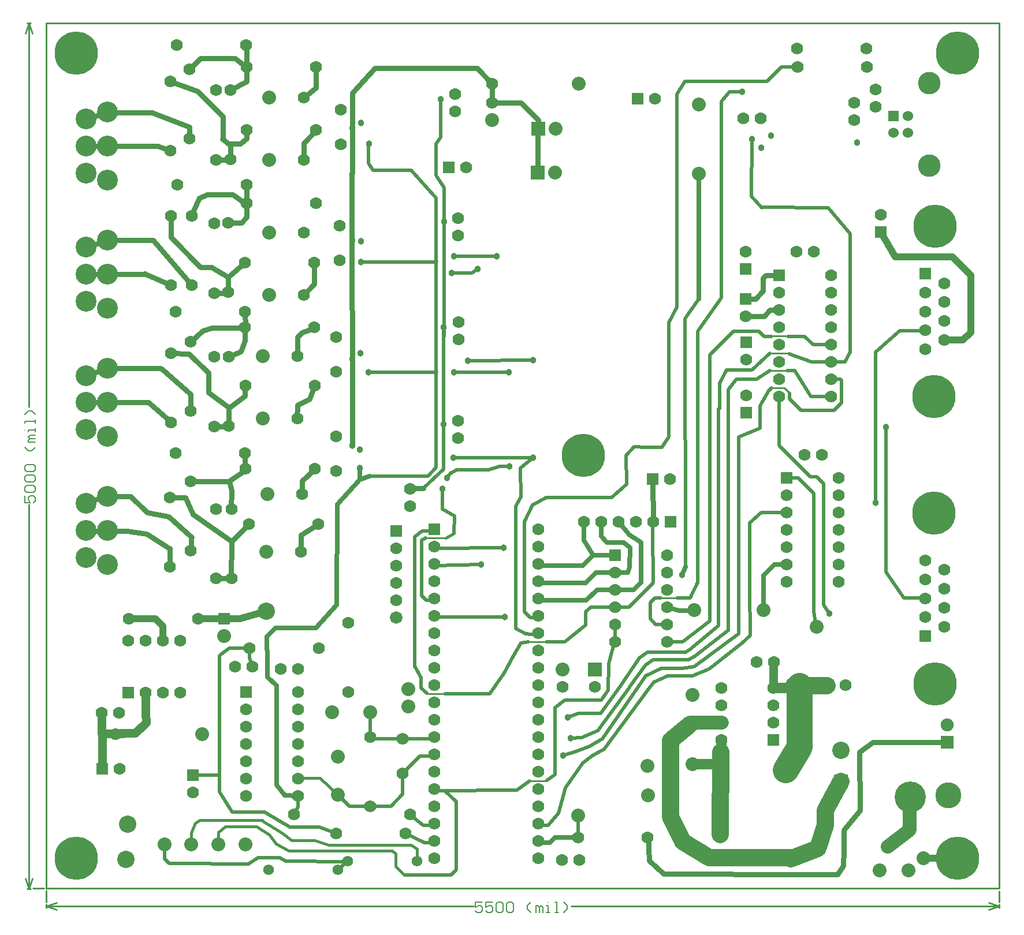
<source format=gbl>
*%FSLAX25Y25*%
*%MOIN*%
G01*
%ADD11C,0.00500*%
%ADD12C,0.00600*%
%ADD13C,0.00733*%
%ADD14C,0.00800*%
%ADD15C,0.00900*%
%ADD16C,0.01000*%
%ADD17C,0.01200*%
%ADD18C,0.01500*%
%ADD19C,0.01600*%
%ADD20C,0.01969*%
%ADD21C,0.02000*%
%ADD22C,0.02500*%
%ADD23C,0.03000*%
%ADD24C,0.03200*%
%ADD25C,0.03800*%
%ADD26C,0.04000*%
%ADD27C,0.04600*%
%ADD28C,0.05000*%
%ADD29C,0.05200*%
%ADD30C,0.06000*%
%ADD31C,0.06000*%
%ADD32C,0.06200*%
%ADD33C,0.06800*%
%ADD34C,0.07000*%
%ADD35C,0.07200*%
%ADD36C,0.07500*%
%ADD37C,0.07800*%
%ADD38C,0.08000*%
%ADD39C,0.08000*%
%ADD40C,0.08300*%
%ADD41C,0.08800*%
%ADD42C,0.09200*%
%ADD43C,0.10000*%
%ADD44C,0.10000*%
%ADD45C,0.10200*%
%ADD46C,0.10800*%
%ADD47C,0.11500*%
%ADD48C,0.12000*%
%ADD49C,0.12800*%
%ADD50C,0.13000*%
%ADD51C,0.13800*%
%ADD52C,0.14000*%
%ADD53C,0.15000*%
%ADD54C,0.15000*%
%ADD55C,0.15600*%
%ADD56C,0.15800*%
%ADD57C,0.16000*%
%ADD58C,0.18000*%
%ADD59C,0.18800*%
%ADD60C,0.19600*%
%ADD61C,0.25000*%
%ADD62C,0.25000*%
%ADD63R,0.06000X0.06000*%
%ADD64R,0.06800X0.06800*%
%ADD65R,0.07000X0.07000*%
%ADD66R,0.07500X0.07500*%
%ADD67R,0.07800X0.07800*%
%ADD68R,0.08000X0.08000*%
%ADD69R,0.08300X0.08300*%
%ADD70R,0.08800X0.08800*%
%ADD71O,0.07274X0.00975*%
%ADD72O,0.07274X0.00975*%
%ADD73O,0.07874X0.01575*%
%ADD74O,0.07874X0.01575*%
%ADD75O,0.08674X0.02375*%
%ADD76O,0.08674X0.02375*%
D12*
X87801Y322709D02*
Y326707D01*
Y322709D02*
X90800D01*
X89800Y324708D01*
Y325708D01*
X90800Y326707D01*
X92799D01*
X93799Y325708D01*
Y323708D01*
X92799Y322709D01*
X88801Y328707D02*
X87801Y329706D01*
Y331706D01*
X88801Y332705D01*
X92799D01*
X93799Y331706D01*
Y329706D01*
X92799Y328707D01*
X88801D01*
Y334705D02*
X87801Y335704D01*
Y337704D01*
X88801Y338703D01*
X92799D01*
X93799Y337704D01*
Y335704D01*
X92799Y334705D01*
X88801D01*
Y340703D02*
X87801Y341702D01*
Y343702D01*
X88801Y344702D01*
X92799D01*
X93799Y343702D01*
Y341702D01*
X92799Y340703D01*
X88801D01*
X91800Y352699D02*
X93799Y354698D01*
X91800Y352699D02*
X89800D01*
X87801Y354698D01*
X89800Y357697D02*
X93799D01*
X89800D02*
Y358697D01*
X90800Y359697D01*
X93799D01*
X90800D01*
X89800Y360696D01*
X90800Y361696D01*
X93799D01*
Y363695D02*
Y365695D01*
Y364695D01*
X89800D01*
Y363695D01*
X87801Y364695D02*
X87802D01*
X93799Y368694D02*
Y370693D01*
Y369693D01*
X87801D01*
Y368694D01*
X93799Y373692D02*
X91800Y375691D01*
X89800D01*
X87801Y373692D01*
X347909Y92199D02*
X351907D01*
X347909D02*
Y89200D01*
X349908Y90200D01*
X350908D01*
X351907Y89200D01*
Y87201D01*
X350908Y86201D01*
X348908D01*
X347909Y87201D01*
X353907Y92199D02*
X357905D01*
X353907D02*
Y89200D01*
X355906Y90200D01*
X356906D01*
X357905Y89200D01*
Y87201D01*
X356906Y86201D01*
X354906D01*
X353907Y87201D01*
X359905Y91199D02*
X360904Y92199D01*
X362904D01*
X363903Y91199D01*
Y87201D01*
X362904Y86201D01*
X360904D01*
X359905Y87201D01*
Y91199D01*
X365903D02*
X366902Y92199D01*
X368902D01*
X369902Y91199D01*
Y87201D01*
X368902Y86201D01*
X366902D01*
X365903Y87201D01*
Y91199D01*
X377899Y88200D02*
X379898Y86201D01*
X377899Y88200D02*
Y90200D01*
X379898Y92199D01*
X382897Y90200D02*
Y86201D01*
Y90200D02*
X383897D01*
X384897Y89200D01*
Y86201D01*
Y89200D01*
X385896Y90200D01*
X386896Y89200D01*
Y86201D01*
X388895D02*
X390895D01*
X389895D01*
Y90200D01*
X388895D01*
X389895Y92199D02*
X389896D01*
X393894Y86201D02*
X395893D01*
X394893D01*
Y92199D01*
X393894D01*
X398892Y86201D02*
X400891Y88200D01*
Y90200D01*
X398892Y92199D01*
D16*
X454600Y267600D02*
X464000D01*
X518800Y389000D02*
X526200D01*
X529200Y386000D01*
X528000Y419000D02*
X518400D01*
X389052Y162202D02*
X379352D01*
X517900Y408900D02*
X528800D01*
X527900Y399000D02*
X517800D01*
X330000Y212400D02*
X319600D01*
X378600Y242400D02*
X388800D01*
X331000Y302400D02*
X319400D01*
X650000Y98400D02*
Y92000D01*
Y599800D02*
X100200D01*
X100000D02*
Y99800D01*
Y100000D02*
X650000D01*
X98900Y99900D02*
X92500D01*
X100200Y98600D02*
Y91900D01*
X650000Y100000D02*
Y599800D01*
X90200Y321709D02*
Y99800D01*
Y377891D02*
Y599800D01*
X88200Y105800D02*
X90200Y99800D01*
X92200Y105800D01*
X88200Y593800D02*
X90200Y599800D01*
X92200Y593800D01*
X91200Y99800D02*
X89200D01*
Y599800D02*
X91200D01*
X100000Y89800D02*
X346909D01*
X403091D02*
X650000D01*
X106000Y91800D02*
X100000Y89800D01*
X106000Y87800D01*
X644000Y91800D02*
X650000Y89800D01*
X644000Y87800D01*
X100000Y88800D02*
Y90800D01*
X650000D02*
Y88800D01*
D18*
X269600Y125200D02*
X263000D01*
X240200Y121800D02*
X232800Y125600D01*
X228600Y131200D01*
X205800Y135600D02*
X203400D01*
X199400Y132400D01*
X224800Y139200D02*
X236200Y132200D01*
X196800Y139400D02*
X188600D01*
X186000Y137600D01*
X236200Y132200D02*
X241600Y127800D01*
X299800Y121800D02*
X301800Y120200D01*
X244800Y121800D02*
X240200D01*
X249000Y127800D02*
X255000D01*
X263000Y125200D01*
X310800D02*
X314200Y122800D01*
X314158Y115574D01*
X305000Y125200D02*
X269600D01*
X305000D02*
X310800D01*
X186000Y137600D02*
X183918Y132000D01*
X199400Y132400D02*
X199459Y125500D01*
X241600Y127800D02*
X249000D01*
X224800Y139400D02*
X196800D01*
X244800Y121800D02*
X297600D01*
X299800D01*
X301800Y120200D02*
Y112600D01*
X306800Y107600D01*
X183918Y125359D02*
X183859Y131900D01*
X221400Y135600D02*
X228600Y131200D01*
X221400Y135600D02*
X205800D01*
X245400Y163598D02*
X258200Y163600D01*
X268452Y154102D01*
X330902Y302302D02*
X335498Y304902D01*
X201936Y532632D02*
Y534936D01*
D21*
X319200Y302400D02*
X316800Y301200D01*
X174141Y114259D02*
X170941D01*
X168259Y116941D01*
Y125300D01*
X216800Y114200D02*
X222400Y117800D01*
X234600D02*
X238400Y115600D01*
X234600Y117800D02*
X222400D01*
X336600Y110600D02*
Y150000D01*
X333600Y107600D02*
X306800D01*
X333600D02*
X336600Y110600D01*
X249400Y135400D02*
X240600D01*
X257600D02*
X267532Y131654D01*
X274078Y115539D02*
X268320Y110777D01*
X273758Y115442D02*
X238400Y115600D01*
X216800Y114200D02*
X174141Y114259D01*
X424402Y214326D02*
X424600Y229600D01*
X424402Y214326D02*
X420400Y208800D01*
X336600Y150000D02*
X330095Y156505D01*
X324404D01*
X459409Y360835D02*
X459400Y367800D01*
X459409Y360835D02*
X455565Y354779D01*
X388863Y325677D02*
X380621Y321224D01*
X410402Y325549D02*
X426548Y325570D01*
X435000Y333493D02*
X434855Y350034D01*
X439324Y354888D01*
X374000Y326000D02*
X371009Y320541D01*
X380621Y321224D02*
X376200Y311600D01*
Y259600D01*
X379298Y256502D01*
X384452D01*
X382898Y246502D02*
X376600Y247000D01*
X374000Y326000D02*
X373800Y342800D01*
X459400Y367800D02*
Y426800D01*
X410402Y325549D02*
X388795Y325556D01*
X426548Y325570D02*
X435000Y333493D01*
X439324Y354888D02*
X446400Y354800D01*
X455565Y354779D01*
X459400Y426800D02*
X464000Y435600D01*
Y558800D01*
X468600Y566000D01*
X516000D01*
X524500Y574500D01*
X533600D01*
X506400Y252800D02*
Y246000D01*
X501800Y241600D01*
X329800Y504800D02*
X325000Y511800D01*
X325200Y498800D02*
Y343200D01*
X325000Y511800D02*
Y520800D01*
Y530000D02*
X327600Y533800D01*
X292600Y514600D02*
X288600D01*
X286200Y518600D01*
X578800Y409600D02*
X592600Y422200D01*
X245383Y146983D02*
X243000Y142600D01*
X245383Y146983D02*
Y153504D01*
X458800Y222800D02*
X473000D01*
X450600Y219000D02*
X447400Y214800D01*
X474000Y228200D02*
X499600Y247000D01*
X474400Y234000D02*
X470600Y232000D01*
X469200Y236400D02*
X471800Y238000D01*
X415400Y176600D02*
X409600Y172400D01*
X474400Y234000D02*
X493600Y249000D01*
X488000Y251800D02*
X471800Y238000D01*
X413600Y182000D02*
X406600Y179400D01*
X413600Y182000D02*
X421000Y186400D01*
X420200Y201000D02*
X407400D01*
X399502Y208802D02*
X393600Y204400D01*
X424600Y229600D02*
X428222Y242496D01*
X455000Y227000D02*
X467000D01*
X464600Y232000D02*
X450400D01*
X446000Y229200D02*
X436600Y216400D01*
X431400Y216800D02*
X442400Y233000D01*
X376600Y247000D02*
X371200Y250000D01*
X299152Y147502D02*
X294600Y147400D01*
X414324Y262524D02*
X436324D01*
X450294Y276494D01*
X371200Y254800D02*
Y250000D01*
X382898Y246502D02*
X384452D01*
X467000Y267600D02*
X471600D01*
X467000D02*
X464000D01*
X454600D02*
X451400D01*
X448800Y265000D01*
Y255600D01*
X451876Y252524D01*
X458378D01*
X420400Y208800D02*
X399502Y208802D01*
X393600Y204400D02*
Y196400D01*
X428378Y241978D02*
Y252524D01*
X447000Y236400D02*
X462000D01*
X488200Y251600D02*
Y377176D01*
X407400Y201000D02*
X401748Y198898D01*
X420200Y201000D02*
X431400Y216800D01*
X462000Y236400D02*
X469200D01*
X488800Y377153D02*
X488788Y391788D01*
X492600Y399400D01*
X467524Y242524D02*
X458378D01*
X467524D02*
X482943Y254343D01*
X482986Y254386D02*
Y385890D01*
X406600Y179400D02*
X398400Y176600D01*
X422200Y180400D02*
X447400Y214800D01*
X441200Y215400D02*
X421000Y186400D01*
X441200Y215400D02*
X446200Y222600D01*
X418400Y191000D02*
X409200Y187200D01*
X499600Y335400D02*
Y349000D01*
Y304200D02*
Y247000D01*
Y349000D02*
Y360600D01*
X512200Y365600D01*
X517200Y387400D02*
X518800Y389000D01*
X529200Y386000D02*
Y382600D01*
X535800Y376000D01*
X554600D01*
X559000Y380400D01*
Y393400D01*
X558400Y394000D01*
X553000D01*
X409200Y187200D02*
X402600Y186600D01*
X393604Y172505D02*
X393600Y165800D01*
X418400Y191000D02*
X436600Y216200D01*
X464600Y232000D02*
X470600D01*
X493800Y308200D02*
Y337400D01*
Y308200D02*
X493700Y249100D01*
X409600Y172400D02*
X399600Y158000D01*
X473000Y222800D02*
X482600Y226800D01*
X494400Y560000D02*
X501709Y559956D01*
X489600Y441200D02*
X476000Y421800D01*
X542600Y414000D02*
X553000D01*
X542600D02*
X537800Y418800D01*
X528200D01*
X518600D02*
X514400D01*
X511400Y421800D01*
X483000Y408200D02*
X482943Y385959D01*
X496748Y421764D02*
X511400Y421800D01*
X393600Y196400D02*
X393652Y172502D01*
X393600Y165800D02*
X389200Y162400D01*
X371600Y156600D02*
X324404Y156505D01*
X584734Y289353D02*
X584816Y366529D01*
X317852Y136502D02*
X310204Y142505D01*
X317852Y136502D02*
X324504Y136405D01*
X541900Y404000D02*
X552900D01*
X517900Y408900D02*
X507521Y399376D01*
X528700Y408800D02*
X541900Y404000D01*
X551400Y493200D02*
X513000Y493300D01*
X564100Y477900D02*
X564000Y444600D01*
X561000Y404000D02*
X552900D01*
X493800Y384600D02*
Y337400D01*
X498400Y394200D02*
X510000D01*
X527800Y399200D02*
X532200D01*
X541300Y384000D02*
X553000D01*
X544700Y337600D02*
X548700Y333600D01*
X544700Y337600D02*
X541000D01*
X527000Y351600D01*
X523000Y355800D02*
Y373800D01*
X578753Y393143D02*
X578800Y409600D01*
X578753Y393143D02*
X578800Y322603D01*
X389800Y136400D02*
X384452Y136502D01*
X482600Y226700D02*
X501800Y241600D01*
X543000Y260000D02*
Y268800D01*
X543100D02*
Y328200D01*
X534200Y337100D01*
X527400D01*
X287152Y201702D02*
Y187702D01*
X288352Y186502D01*
X324452D01*
Y176502D02*
X315752D01*
X305752Y166502D01*
Y166302D01*
X294600Y147400D02*
X286952Y147502D01*
X275052D01*
X268452Y154102D01*
X305852Y154402D02*
X305752Y166302D01*
X507200Y499600D02*
X507300Y532700D01*
X324452Y126502D02*
X318502D01*
X307398Y131720D01*
X235000Y138800D02*
X226200Y144200D01*
X207400D01*
X200400Y234600D02*
X205800Y238800D01*
X299152Y147502D02*
X305852Y154402D01*
X499600Y304200D02*
Y335400D01*
X476000Y359800D02*
Y294000D01*
X207400Y144200D02*
X200200Y155600D01*
X205800Y238800D02*
X217500Y238674D01*
Y238674D02*
X217300Y233043D01*
X219045Y228098D01*
X415400Y176600D02*
X422200Y180400D01*
X395800Y143400D02*
X389800Y136400D01*
X395800Y143400D02*
X399600Y158000D01*
X407239Y141961D02*
Y129521D01*
X446200Y222600D02*
X455000Y227000D01*
X450400Y232000D02*
X446000Y229200D01*
X450600Y219000D02*
X458800Y222800D01*
X447000Y236400D02*
X442400Y233000D01*
X592600Y422200D02*
X606400D01*
X523000Y384000D02*
Y373800D01*
X512000Y378600D02*
X512200Y365600D01*
X512000Y378600D02*
X517200Y387400D01*
X510000Y394200D02*
X517800Y399000D01*
X493800Y388200D02*
Y384600D01*
Y388200D02*
X498400Y394200D01*
X483000Y408200D02*
X496748Y421764D01*
X476000Y276600D02*
X471600Y267600D01*
X489600Y441200D02*
Y554400D01*
X494400Y560000D01*
X548700Y333600D02*
X548600Y286000D01*
Y268400D01*
Y263800D01*
X527000Y351600D02*
X523000Y355800D01*
X506200Y267200D02*
X506400Y252800D01*
X506200Y267200D02*
Y288800D01*
Y311000D01*
X512600Y317000D02*
X527400Y317100D01*
X507461Y399388D02*
X492600Y399400D01*
X474000Y228200D02*
X467000Y227000D01*
X476000Y359800D02*
Y421800D01*
X310600Y514600D02*
X292600D01*
X286200Y518600D02*
Y530200D01*
X281800Y461600D02*
X324800D01*
X325200Y343200D02*
X320400Y338200D01*
X334200Y455400D02*
X345800D01*
X335400Y465200D02*
X360200D01*
X450186Y307352D02*
X450294Y276494D01*
X450186Y307352D02*
X450189Y310468D01*
X325400Y398000D02*
X286000D01*
X324800Y461600D02*
X325400Y462200D01*
X325200Y498800D02*
X310600Y514600D01*
X343400Y404800D02*
X381000Y405000D01*
X367200Y398200D02*
X335400D01*
X320400Y338200D02*
X286800Y338000D01*
X506200Y311000D02*
X512600Y317000D01*
X476000Y294000D02*
Y276600D01*
X468800Y429000D02*
X476600Y440400D01*
X379200Y162200D02*
X371600Y156600D01*
X469000Y290400D02*
X468800Y429000D01*
X324452Y306502D02*
X317102D01*
X312600Y303000D01*
Y228400D01*
X316400Y221800D01*
Y215600D02*
X319600Y212600D01*
X330000Y212400D02*
X356000D01*
X364400Y224400D01*
X369400Y233600D01*
X374200Y241600D01*
X378400Y242400D01*
X388800D02*
X399400D01*
X411400Y252000D01*
Y259600D01*
X414324Y262524D01*
X381000Y348800D02*
X335200Y348600D01*
X333400Y339600D02*
X331400Y337200D01*
X373800Y342800D02*
X381000Y348800D01*
X371000Y309200D02*
Y296600D01*
X371200Y254800D01*
X316400Y221800D02*
Y215600D01*
X335498Y304902D02*
X335600Y315000D01*
X328800Y319200D01*
X371009Y320541D02*
X371000Y309200D01*
X337000Y341600D02*
X333400Y339600D01*
X355400Y341600D02*
X361800Y343600D01*
X355400Y341600D02*
X337000D01*
X351000Y287000D02*
X324452Y286502D01*
X200000Y165400D02*
X184800D01*
X200200Y155600D02*
Y234400D01*
X327600Y533800D02*
X327800Y555600D01*
X325000Y530000D02*
Y520800D01*
X349200Y457800D02*
X345800Y455400D01*
X329400Y424200D02*
X329600Y418800D01*
X361800Y343600D02*
X367400D01*
X329400Y342200D02*
X318000Y331400D01*
X329400Y342200D02*
Y424200D01*
X329600Y418800D02*
X329800Y504800D01*
X551400Y493200D02*
X564000Y477900D01*
X257600Y135400D02*
X249400D01*
X240600D02*
X235000Y138800D01*
X469000Y285600D02*
Y290400D01*
X543000Y260000D02*
X544564Y251099D01*
X595200Y267600D02*
X607500Y267558D01*
X584600Y282600D02*
X584800Y289400D01*
X584600Y282600D02*
X595200Y267600D01*
X552020Y258734D02*
X548600Y263800D01*
X541300Y384000D02*
X532200Y399200D01*
X513000Y493200D02*
X507200Y499600D01*
X564000Y444500D02*
Y409600D01*
X561000Y404000D01*
X328800Y330600D02*
Y319200D01*
X324354Y296405D02*
X364000Y296800D01*
X364600Y256600D02*
X324350D01*
X324452Y266502D02*
X319298D01*
X316800Y269000D01*
Y289400D01*
Y298000D01*
Y301200D01*
X171976Y448400D02*
Y448824D01*
D22*
X476600Y440400D02*
Y512400D01*
X233200Y159800D02*
X237800Y153600D01*
X233200Y159800D02*
Y169200D01*
X417924Y272524D02*
X439124D01*
X417924D02*
X411902Y266502D01*
X384452D01*
X439124Y272524D02*
X443400Y276800D01*
Y299600D01*
X442200Y300800D01*
X436600Y304200D01*
X430589Y311639D01*
X435724Y282524D02*
X417524D01*
X435724D02*
X436876Y285476D01*
X437000Y296800D01*
X433400Y299800D01*
X423600D01*
X420494Y303506D01*
X420484Y311802D01*
X417524Y282524D02*
X411502Y276502D01*
X384452D01*
X415724Y292524D02*
X410589Y301109D01*
X410494Y301154D02*
X410589Y311468D01*
X415724Y292524D02*
X428378D01*
X415724D02*
X409702Y286502D01*
X384452D01*
X465476Y260324D02*
X474175Y260342D01*
X390702Y126502D02*
X384452D01*
X390702D02*
X393721Y129521D01*
X407277Y129443D01*
X458378Y262524D02*
X465476Y260324D01*
X233000Y217000D02*
X233200Y169200D01*
X514008Y261428D02*
X514000Y280800D01*
X245383Y153504D02*
X237800Y153600D01*
X227600Y235400D02*
X227400Y239600D01*
X227600Y235400D02*
Y222000D01*
X233000Y217000D01*
X520400Y287200D02*
X527400Y287100D01*
X227400Y245400D02*
Y239600D01*
Y245400D02*
X232400Y250400D01*
X255800D01*
X267800Y263800D01*
X268000Y321800D01*
X281000Y336000D02*
X286800Y338000D01*
X281000Y336000D02*
Y342600D01*
Y336000D02*
X268000Y321800D01*
X514000Y280800D02*
X520400Y287200D01*
X469000Y285600D02*
X467200Y281000D01*
D23*
X172376Y369000D02*
X159000Y380800D01*
X166800Y400000D02*
X183528Y385248D01*
X148600Y326400D02*
X158400Y317200D01*
X148600Y326400D02*
X135376Y326424D01*
X207000Y329600D02*
X206893Y319037D01*
X205590Y335098D02*
X214793Y341255D01*
X207000Y300524D02*
X207000Y300447D01*
X206919Y279206D01*
X207000Y300447D02*
X207000Y300447D01*
X184800Y316000D01*
X198200Y279200D02*
X206862D01*
X247200Y304200D02*
X257061Y310491D01*
X247600Y335268D02*
X254668Y341591D01*
X247600Y335268D02*
X247740Y327837D01*
X205104Y366800D02*
X197000D01*
X197200Y443800D02*
X204734D01*
X206200Y520700D02*
X198200D01*
X201936Y532632D02*
X202068Y545732D01*
X201936Y532632D02*
Y532632D01*
X201936Y532632D02*
X201936Y532632D01*
X201868Y532700D01*
X206400Y529700D02*
Y520900D01*
X214800Y416496D02*
X212400Y410200D01*
X205400Y407096D01*
X214800Y416496D02*
Y423825D01*
X205749Y335202D02*
X207000Y329600D01*
X205339Y367157D02*
Y377490D01*
X214800Y384304D01*
X214800Y423825D02*
X195800Y423800D01*
X205200Y484266D02*
X212866D01*
X215803Y487803D01*
Y495543D01*
X200246Y500666D02*
X193000Y500600D01*
X212200Y530000D02*
X215800Y533200D01*
Y537864D01*
X205068Y530032D02*
X201936Y532632D01*
X206300Y560900D02*
X215700Y566100D01*
Y574332D01*
X215600Y574400D02*
Y581200D01*
X209000Y579400D02*
X200054Y579346D01*
X200078Y579354D02*
X189000Y579400D01*
X577000Y184400D02*
X586158Y184397D01*
X560000Y113000D02*
X556800Y108200D01*
X545800Y108000D01*
X560400Y122200D02*
Y133800D01*
X569600Y145200D02*
X569551Y178649D01*
X545800Y108000D02*
X537497Y108023D01*
X448039Y115981D02*
X447439Y130521D01*
X586158Y184397D02*
X620020Y184500D01*
X537297Y108023D02*
X456397Y108223D01*
X560400Y133800D02*
X569600Y145200D01*
X569454Y178746D02*
X577000Y184400D01*
X504300Y405000D02*
X504000Y405300D01*
X517900Y434000D02*
X523000D01*
X517900D02*
X514400Y430500D01*
X503800D01*
Y440500D02*
X509400D01*
X513800Y444900D01*
Y452400D01*
X515400Y454000D01*
X523000D01*
X448077Y115962D02*
X456390Y108268D01*
X560000Y113000D02*
X560400Y122200D01*
X180586Y325614D02*
X171994D01*
X180586D02*
X184800Y316000D01*
X183552Y335200D02*
X205656Y335103D01*
X214793Y341255D02*
X214693Y351430D01*
X183552Y415600D02*
X190504Y422104D01*
X190437Y422200D02*
X195800Y423800D01*
X182400Y408800D02*
X172152Y409000D01*
X182400Y408800D02*
X193600Y397600D01*
Y386428D01*
X205271Y377586D01*
X214974Y423996D02*
X214804Y432956D01*
X245000Y379000D02*
X244896Y371499D01*
X251961Y382784D02*
X255057Y390589D01*
X244939Y407313D02*
Y418339D01*
X247710Y421110D01*
X254970Y423820D01*
X171976Y476024D02*
Y488400D01*
Y476024D02*
X189200Y458800D01*
X195312D01*
X205000Y453200D01*
X215206Y495287D02*
X207923Y500743D01*
X200246Y500666D01*
X193000Y500600D02*
X188391Y498666D01*
X183833Y488308D01*
X202068Y545732D02*
X187300Y560500D01*
X171628Y566100D01*
X182837Y573046D02*
X189000Y579400D01*
X215600Y581200D02*
X215300Y587068D01*
X248800Y530400D02*
X248600Y520800D01*
X255700Y562300D02*
X255600Y574264D01*
X205000Y453200D02*
X205046Y444266D01*
X276400Y513200D02*
X276600Y355600D01*
X276800Y513000D02*
Y536600D01*
Y537200D02*
Y559400D01*
X289600Y573600D01*
X348816D01*
X357576Y564840D01*
Y553752D01*
X374048D01*
X383932Y543868D01*
Y538654D01*
X383921Y538642D01*
Y513509D01*
X317600Y331000D02*
X309800D01*
X248900Y556868D02*
X255700Y562300D01*
X255800Y537864D02*
X248800Y530400D01*
X215568Y574432D02*
X209000Y579400D01*
X212200Y530000D02*
X205068Y530032D01*
X214789Y461304D02*
X205000Y453200D01*
X215738Y495608D02*
Y506270D01*
X254885Y461296D02*
Y449063D01*
X248657Y442835D01*
X214921Y390580D02*
X214800Y384304D01*
X245000Y379000D02*
X251961Y382784D01*
X216938Y310429D02*
X207020Y300510D01*
X247200Y304200D02*
X247220Y294502D01*
X450461Y311734D02*
X450152Y336378D01*
X135300Y326700D02*
X123000Y322600D01*
X158400Y317200D02*
X170600Y314600D01*
X184000Y302600D01*
X183800D02*
X183776Y295200D01*
X146800Y306400D02*
X123200D01*
X146800D02*
X158000Y304600D01*
X171200Y296400D01*
X171394Y296406D02*
Y285414D01*
X135300Y400300D02*
X122800Y396200D01*
X135300Y400500D02*
X166200Y400400D01*
X183552Y385224D02*
Y375200D01*
X159000Y380800D02*
X122200Y380600D01*
X123300Y470400D02*
X135700Y474400D01*
X135300Y474500D02*
X161800Y474400D01*
X183633Y448708D01*
X157276Y454700D02*
X134500D01*
X156876Y454900D02*
X171976Y448400D01*
X135800Y454800D02*
X123600D01*
X123000Y544000D02*
X135200Y548400D01*
X135000Y548200D02*
X161100Y548100D01*
X161000Y548000D02*
X182837Y539563D01*
Y533046D01*
X164528Y528800D02*
X122200D01*
X164456D02*
X171628Y526100D01*
D25*
X518300Y534800D02*
D03*
X578800Y322603D02*
D03*
X552020Y258734D02*
D03*
X584816Y366429D02*
D03*
X398400Y176600D02*
D03*
X402600Y186600D02*
D03*
X512876Y527800D02*
D03*
X501709Y559956D02*
D03*
X507300Y532700D02*
D03*
X568200Y530600D02*
D03*
X281600Y542000D02*
D03*
X286400Y530200D02*
D03*
X281800Y473800D02*
D03*
Y461600D02*
D03*
X276800Y474400D02*
D03*
X281400Y409200D02*
D03*
X276800Y405800D02*
D03*
X281200Y353400D02*
D03*
X327800Y555600D02*
D03*
X329600Y485200D02*
D03*
X281000Y342600D02*
D03*
X335400Y465200D02*
D03*
X360200D02*
D03*
X334200Y455400D02*
D03*
X349200Y457800D02*
D03*
X329400Y424200D02*
D03*
X286000Y398000D02*
D03*
X343400Y404800D02*
D03*
X381000Y405000D02*
D03*
X335400Y398200D02*
D03*
X367200D02*
D03*
X329400Y368200D02*
D03*
X401252Y198702D02*
D03*
X467200Y281000D02*
D03*
X335200Y348600D02*
D03*
X381000Y348800D02*
D03*
X331400Y337200D02*
D03*
X367400Y343600D02*
D03*
X364000Y296800D02*
D03*
X276600Y355800D02*
D03*
X276800Y539200D02*
D03*
X328800Y330600D02*
D03*
X351000Y287000D02*
D03*
X364600Y256600D02*
D03*
D26*
X606000Y117400D02*
X626000Y117500D01*
X629200Y416800D02*
X618500D01*
X629200D02*
X633600Y421200D01*
Y454000D01*
X623000Y464600D01*
X600200D01*
X590000D02*
X581600Y479200D01*
X167469Y251331D02*
Y243082D01*
Y251331D02*
X162931Y255869D01*
X147718D01*
X187918D02*
X195293D01*
X211600Y255800D01*
X227000Y260162D01*
X590000Y464600D02*
X600200D01*
D28*
X157538Y213564D02*
X157469Y201469D01*
X132300Y188832D02*
Y169132D01*
X132023Y189232D02*
X144264Y189264D01*
X151400Y189600D02*
X132023Y189232D01*
X151400Y189600D02*
X157600Y195600D01*
X157538Y201538D01*
X132082Y200482D02*
X132100Y189300D01*
X519900Y215800D02*
Y230276D01*
D30*
X489900Y185800D02*
X489823Y176903D01*
X489600Y171800D02*
X473000D01*
X519900Y215800D02*
X533200D01*
X597500Y545900D02*
D03*
X589000Y536500D02*
D03*
X597500D02*
D03*
D32*
X274158Y115574D02*
D03*
X268260Y110689D02*
D03*
X314158Y115574D02*
D03*
X228260Y110689D02*
D03*
D34*
X274574Y213443D02*
D03*
Y253443D02*
D03*
X198200Y279200D02*
D03*
X198000Y319000D02*
D03*
X183576Y335200D02*
D03*
X197000Y366800D02*
D03*
X197200Y443800D02*
D03*
X198200Y520700D02*
D03*
X197000Y407000D02*
D03*
X197200Y484000D02*
D03*
X198200Y561000D02*
D03*
X384252Y257302D02*
D03*
X566500Y543800D02*
D03*
X512300Y544700D02*
D03*
X581600Y489200D02*
D03*
X557400Y337100D02*
D03*
X607500Y278400D02*
D03*
X553000Y454000D02*
D03*
X543000Y467600D02*
D03*
X547900Y350400D02*
D03*
X519900Y215800D02*
D03*
X336200Y548800D02*
D03*
X337869Y477082D02*
D03*
X503800Y467800D02*
D03*
X338145Y416929D02*
D03*
X337800Y360000D02*
D03*
X384252Y307302D02*
D03*
Y227302D02*
D03*
X397652Y116502D02*
D03*
X384252Y117302D02*
D03*
X324252Y207302D02*
D03*
X245498Y226690D02*
D03*
X245383Y213504D02*
D03*
Y203504D02*
D03*
X215383Y193504D02*
D03*
X245383Y183504D02*
D03*
X215383Y173504D02*
D03*
X573600Y574500D02*
D03*
X578600Y561300D02*
D03*
X566500Y553800D02*
D03*
X533000Y467600D02*
D03*
X451572Y556079D02*
D03*
X336200Y558800D02*
D03*
X502300Y544700D02*
D03*
X337869Y487082D02*
D03*
X607500Y411400D02*
D03*
X557400Y327100D02*
D03*
X607500Y289300D02*
D03*
X557400Y297100D02*
D03*
X553000Y444000D02*
D03*
X537900Y350400D02*
D03*
X460152Y336378D02*
D03*
X527400Y277100D02*
D03*
X458378Y292524D02*
D03*
X618500Y262100D02*
D03*
X489900Y215800D02*
D03*
Y205800D02*
D03*
X338145Y426929D02*
D03*
X337800Y370000D02*
D03*
X458378Y282524D02*
D03*
Y272524D02*
D03*
X416852Y216502D02*
D03*
X407652Y116502D02*
D03*
X397952Y216502D02*
D03*
X384252Y297302D02*
D03*
Y217302D02*
D03*
X342496Y516324D02*
D03*
X324252Y197302D02*
D03*
Y117302D02*
D03*
X310062Y320700D02*
D03*
X235498Y226690D02*
D03*
X209045Y228098D02*
D03*
X215383Y153504D02*
D03*
X177469Y213082D02*
D03*
X142082Y201531D02*
D03*
X184800Y155400D02*
D03*
X142300Y169132D02*
D03*
X171628Y566100D02*
D03*
X182837Y573046D02*
D03*
X618500Y251200D02*
D03*
Y273000D02*
D03*
Y283900D02*
D03*
X607500Y267500D02*
D03*
Y256600D02*
D03*
X243000Y142600D02*
D03*
X519900Y205800D02*
D03*
Y195800D02*
D03*
X310062Y330700D02*
D03*
X607500Y433200D02*
D03*
Y422300D02*
D03*
X618500Y449500D02*
D03*
Y438600D02*
D03*
Y427700D02*
D03*
X607500Y444100D02*
D03*
X440494Y311734D02*
D03*
X450494D02*
D03*
X410494D02*
D03*
X420494D02*
D03*
X430494D02*
D03*
X244936Y371409D02*
D03*
X267487Y398332D02*
D03*
Y418332D02*
D03*
X215383Y183504D02*
D03*
Y163504D02*
D03*
X245383Y153504D02*
D03*
Y173504D02*
D03*
Y193504D02*
D03*
Y163504D02*
D03*
X215383Y203504D02*
D03*
X254885Y423910D02*
D03*
X257020Y310463D02*
D03*
X254934Y342395D02*
D03*
X244939Y407313D02*
D03*
X247220Y294502D02*
D03*
X247740Y327768D02*
D03*
X504000Y405300D02*
D03*
X503800Y430500D02*
D03*
X578600Y551300D02*
D03*
X447239Y129521D02*
D03*
X407239D02*
D03*
X286952Y187502D02*
D03*
Y147502D02*
D03*
X573384Y585158D02*
D03*
X533384D02*
D03*
X533600Y574500D02*
D03*
X458378Y262524D02*
D03*
X428378D02*
D03*
X458378Y252524D02*
D03*
Y242524D02*
D03*
X428378Y252524D02*
D03*
Y242524D02*
D03*
Y282524D02*
D03*
Y272524D02*
D03*
X310200Y142600D02*
D03*
X523000Y384000D02*
D03*
X553000Y424000D02*
D03*
X523000Y394000D02*
D03*
X553000Y434000D02*
D03*
X523000Y404000D02*
D03*
Y444000D02*
D03*
Y434000D02*
D03*
Y414000D02*
D03*
Y424000D02*
D03*
X553000Y414000D02*
D03*
Y404000D02*
D03*
Y384000D02*
D03*
Y394000D02*
D03*
X527400Y327100D02*
D03*
Y297100D02*
D03*
X557400Y277100D02*
D03*
Y287100D02*
D03*
Y307100D02*
D03*
Y317100D02*
D03*
X527400Y287100D02*
D03*
Y317100D02*
D03*
Y307100D02*
D03*
X305752Y166502D02*
D03*
Y186502D02*
D03*
X489900Y195800D02*
D03*
Y185800D02*
D03*
X257500Y238674D02*
D03*
X267466Y131727D02*
D03*
X217500Y238674D02*
D03*
X307466Y131727D02*
D03*
X175300Y587068D02*
D03*
X215300D02*
D03*
X215700Y574332D02*
D03*
X248600Y520800D02*
D03*
X248700Y556868D02*
D03*
X255700Y574332D02*
D03*
X269932Y549700D02*
D03*
Y529700D02*
D03*
X219045Y228098D02*
D03*
X206400Y520900D02*
D03*
Y560900D02*
D03*
X167469Y213082D02*
D03*
X177469Y243082D02*
D03*
X157469D02*
D03*
X147469D02*
D03*
X132082Y201531D02*
D03*
X157469Y213082D02*
D03*
X167469Y243082D02*
D03*
X140100Y189132D02*
D03*
X618500Y416800D02*
D03*
X174700Y351415D02*
D03*
X174902Y432878D02*
D03*
X206959Y319103D02*
D03*
X214700Y351415D02*
D03*
X214934Y342395D02*
D03*
X206959Y279103D02*
D03*
X171394Y325614D02*
D03*
X217020Y310463D02*
D03*
X205400Y407096D02*
D03*
X214902Y432878D02*
D03*
X214885Y423910D02*
D03*
X172176Y409000D02*
D03*
X205400Y367096D02*
D03*
X184033Y488508D02*
D03*
X205200Y444266D02*
D03*
Y484266D02*
D03*
X187918Y255869D02*
D03*
X147918D02*
D03*
X504000Y384600D02*
D03*
X183576Y415600D02*
D03*
X214961Y390490D02*
D03*
X254961D02*
D03*
X215738Y506270D02*
D03*
X175738D02*
D03*
X171976Y488400D02*
D03*
X248657Y442835D02*
D03*
X248592Y478765D02*
D03*
X269370Y462838D02*
D03*
Y482838D02*
D03*
X214885Y461296D02*
D03*
X254885D02*
D03*
X215803Y495543D02*
D03*
X255803Y495543D02*
D03*
X357524Y553700D02*
D03*
X267430Y361090D02*
D03*
Y341090D02*
D03*
X324252Y127302D02*
D03*
Y137302D02*
D03*
Y177302D02*
D03*
Y187302D02*
D03*
X384252Y137302D02*
D03*
X324252Y167302D02*
D03*
X384252Y187302D02*
D03*
Y177302D02*
D03*
Y157302D02*
D03*
X324252Y297302D02*
D03*
Y287302D02*
D03*
Y277302D02*
D03*
Y267302D02*
D03*
Y257302D02*
D03*
Y247302D02*
D03*
Y147302D02*
D03*
X384252Y197302D02*
D03*
Y207302D02*
D03*
Y237302D02*
D03*
X324252Y157302D02*
D03*
X384252Y287302D02*
D03*
Y277302D02*
D03*
Y267302D02*
D03*
Y167302D02*
D03*
Y147302D02*
D03*
Y127302D02*
D03*
Y247302D02*
D03*
X324252Y217302D02*
D03*
Y237302D02*
D03*
Y227302D02*
D03*
X357576Y564840D02*
D03*
X510100Y230676D02*
D03*
X520100D02*
D03*
X561400Y217500D02*
D03*
X255900Y537932D02*
D03*
X215900D02*
D03*
X302055Y266446D02*
D03*
Y276446D02*
D03*
Y286446D02*
D03*
Y296446D02*
D03*
X183576Y295200D02*
D03*
X171394Y285614D02*
D03*
X183576Y375600D02*
D03*
X172176Y369000D02*
D03*
X184033Y448508D02*
D03*
X171976Y448400D02*
D03*
X182837Y533046D02*
D03*
X171628Y526100D02*
D03*
D35*
X302055Y256446D02*
D03*
D36*
X526636Y167982D02*
D03*
X620000Y194500D02*
D03*
X489136Y130482D02*
D03*
D38*
X598400Y133800D02*
X598300Y153200D01*
X490000Y195800D02*
X471800Y195600D01*
X585700Y124100D02*
X598400Y133800D01*
X168259Y125300D02*
D03*
X183859D02*
D03*
X199459D02*
D03*
X215059D02*
D03*
X473958Y260574D02*
D03*
X476626Y512558D02*
D03*
Y552558D02*
D03*
X513958Y260574D02*
D03*
X585842Y124026D02*
D03*
X473174Y171642D02*
D03*
X545842Y124026D02*
D03*
X473174Y211643D02*
D03*
X407576Y564840D02*
D03*
X397952Y226502D02*
D03*
X447000Y170800D02*
D03*
X309152Y214902D02*
D03*
X190100Y189132D02*
D03*
X393932Y538654D02*
D03*
X357524Y543700D02*
D03*
X393921Y513509D02*
D03*
X597800Y110400D02*
D03*
X581200D02*
D03*
X447400Y153800D02*
D03*
X228700Y556868D02*
D03*
X228600Y520800D02*
D03*
X228592Y478765D02*
D03*
X228657Y442835D02*
D03*
X309152Y204902D02*
D03*
X224936Y371409D02*
D03*
X224939Y407313D02*
D03*
X227740Y327768D02*
D03*
X227220Y294502D02*
D03*
X268452Y176102D02*
D03*
X202731Y245718D02*
D03*
X606400Y117400D02*
D03*
X287152Y201702D02*
D03*
X268452Y154102D02*
D03*
X265152Y201702D02*
D03*
X544600Y251000D02*
D03*
X407200Y142000D02*
D03*
D43*
X489136Y131082D02*
X489336Y178664D01*
X549600Y145000D02*
X549900Y136400D01*
X549600Y145000D02*
X558800Y161700D01*
X550836Y216988D02*
X534762Y217190D01*
X531761Y217228D01*
X549900Y136400D02*
X545800Y124200D01*
X545500Y123200D02*
X529600Y117184D01*
X460400Y172100D02*
Y185400D01*
Y172100D02*
Y141400D01*
Y141384D02*
X467400Y127200D01*
X460400Y185400D02*
X471600Y194800D01*
X482800Y117800D02*
X529800Y117792D01*
X482800Y117800D02*
X467400Y127200D01*
X558900Y179800D02*
D03*
X147000Y137000D02*
D03*
X227000Y260200D02*
D03*
X146200Y116800D02*
D03*
D48*
X123000Y380600D02*
D03*
X135300Y306800D02*
D03*
Y326500D02*
D03*
Y287100D02*
D03*
X123000Y513100D02*
D03*
Y439200D02*
D03*
Y365000D02*
D03*
Y291200D02*
D03*
X135300Y509100D02*
D03*
Y435100D02*
D03*
Y361100D02*
D03*
X123000Y454800D02*
D03*
Y470400D02*
D03*
Y396200D02*
D03*
Y306800D02*
D03*
Y322400D02*
D03*
Y544300D02*
D03*
Y528800D02*
D03*
X135300Y400500D02*
D03*
Y380800D02*
D03*
Y474500D02*
D03*
Y454800D02*
D03*
Y548500D02*
D03*
Y528800D02*
D03*
D50*
X609600Y517300D02*
D03*
Y565100D02*
D03*
D53*
X534762Y217190D02*
X534756Y215793D01*
X534800Y181800D02*
X526872Y168364D01*
X534800Y181800D02*
X534756Y215793D01*
X620800Y153600D02*
D03*
D58*
X598800Y152600D02*
D03*
D61*
X626000Y117500D02*
D03*
X613000Y482500D02*
D03*
X612500Y383900D02*
D03*
Y316800D02*
D03*
X613000Y218200D02*
D03*
X117500Y117500D02*
D03*
X626000Y582500D02*
D03*
X117500D02*
D03*
X410000Y350000D02*
D03*
D63*
X589000Y545900D02*
D03*
D65*
X441572Y556079D02*
D03*
X332496Y516324D02*
D03*
X460494Y311734D02*
D03*
X215383Y213504D02*
D03*
X504000Y374600D02*
D03*
X607500Y245700D02*
D03*
X519900Y185800D02*
D03*
X607500Y455000D02*
D03*
X504000Y415300D02*
D03*
X503800Y440500D02*
D03*
Y457800D02*
D03*
X428378Y292524D02*
D03*
X523000Y454000D02*
D03*
X527400Y337100D02*
D03*
X184800Y165400D02*
D03*
X132300Y169132D02*
D03*
X147469Y213082D02*
D03*
X202731Y255718D02*
D03*
X581600Y479200D02*
D03*
X450152Y336378D02*
D03*
X324252Y307302D02*
D03*
X551400Y217500D02*
D03*
X302055Y306446D02*
D03*
D66*
X620000Y184500D02*
D03*
D68*
X416852Y226502D02*
D03*
X383932Y538654D02*
D03*
X383921Y513509D02*
D03*
X558900Y161800D02*
D03*
M02*

</source>
